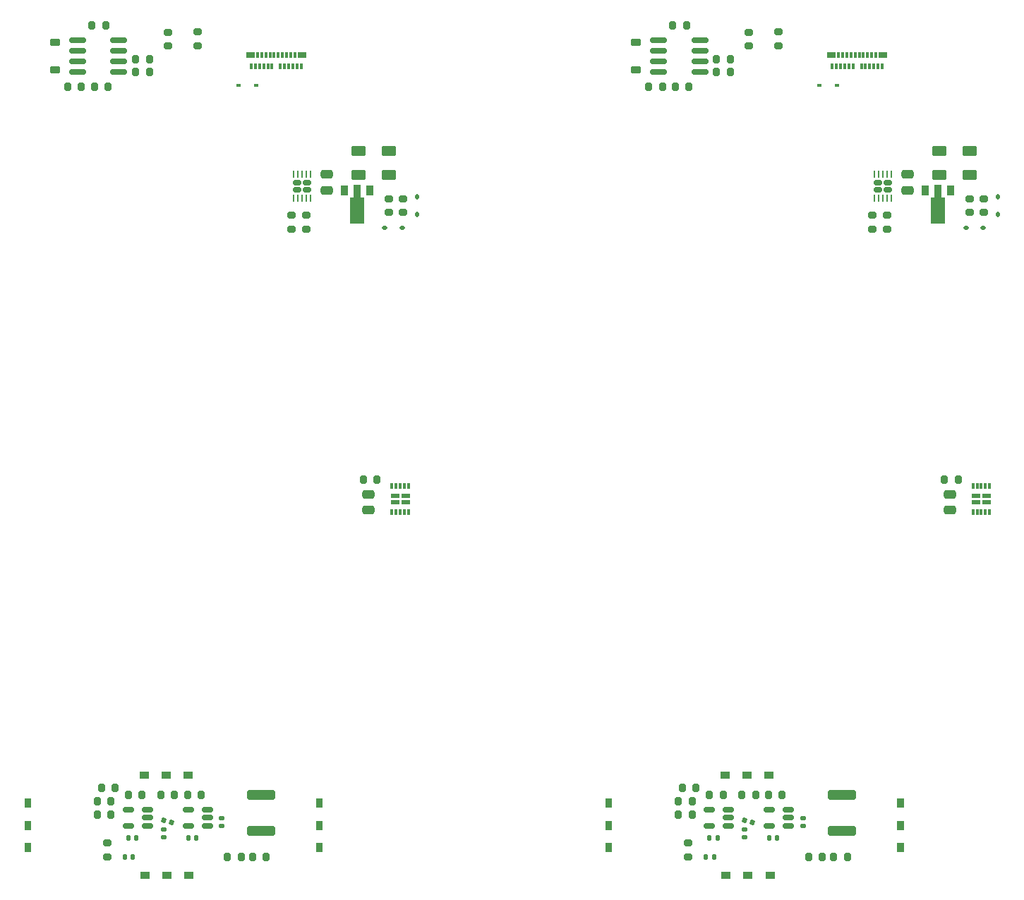
<source format=gbr>
%TF.GenerationSoftware,KiCad,Pcbnew,9.0.2+dfsg-1*%
%TF.CreationDate,2025-07-12T21:44:10+01:00*%
%TF.ProjectId,low-noise-power-probe-panel,6c6f772d-6e6f-4697-9365-2d706f776572,rev?*%
%TF.SameCoordinates,Original*%
%TF.FileFunction,Paste,Top*%
%TF.FilePolarity,Positive*%
%FSLAX46Y46*%
G04 Gerber Fmt 4.6, Leading zero omitted, Abs format (unit mm)*
G04 Created by KiCad (PCBNEW 9.0.2+dfsg-1) date 2025-07-12 21:44:10*
%MOMM*%
%LPD*%
G01*
G04 APERTURE LIST*
G04 Aperture macros list*
%AMRoundRect*
0 Rectangle with rounded corners*
0 $1 Rounding radius*
0 $2 $3 $4 $5 $6 $7 $8 $9 X,Y pos of 4 corners*
0 Add a 4 corners polygon primitive as box body*
4,1,4,$2,$3,$4,$5,$6,$7,$8,$9,$2,$3,0*
0 Add four circle primitives for the rounded corners*
1,1,$1+$1,$2,$3*
1,1,$1+$1,$4,$5*
1,1,$1+$1,$6,$7*
1,1,$1+$1,$8,$9*
0 Add four rect primitives between the rounded corners*
20,1,$1+$1,$2,$3,$4,$5,0*
20,1,$1+$1,$4,$5,$6,$7,0*
20,1,$1+$1,$6,$7,$8,$9,0*
20,1,$1+$1,$8,$9,$2,$3,0*%
%AMFreePoly0*
4,1,9,3.862500,-0.866500,0.737500,-0.866500,0.737500,-0.450000,-0.737500,-0.450000,-0.737500,0.450000,0.737500,0.450000,0.737500,0.866500,3.862500,0.866500,3.862500,-0.866500,3.862500,-0.866500,$1*%
G04 Aperture macros list end*
%ADD10RoundRect,0.140000X-0.140000X-0.170000X0.140000X-0.170000X0.140000X0.170000X-0.140000X0.170000X0*%
%ADD11RoundRect,0.225000X-0.375000X0.225000X-0.375000X-0.225000X0.375000X-0.225000X0.375000X0.225000X0*%
%ADD12RoundRect,0.200000X0.200000X0.275000X-0.200000X0.275000X-0.200000X-0.275000X0.200000X-0.275000X0*%
%ADD13RoundRect,0.200000X0.275000X-0.200000X0.275000X0.200000X-0.275000X0.200000X-0.275000X-0.200000X0*%
%ADD14RoundRect,0.200000X-0.200000X-0.275000X0.200000X-0.275000X0.200000X0.275000X-0.200000X0.275000X0*%
%ADD15RoundRect,0.112500X0.112500X-0.187500X0.112500X0.187500X-0.112500X0.187500X-0.112500X-0.187500X0*%
%ADD16RoundRect,0.150000X-0.825000X-0.150000X0.825000X-0.150000X0.825000X0.150000X-0.825000X0.150000X0*%
%ADD17RoundRect,0.140000X-0.170000X0.140000X-0.170000X-0.140000X0.170000X-0.140000X0.170000X0.140000X0*%
%ADD18R,0.600000X0.450000*%
%ADD19RoundRect,0.140000X-0.179229X-0.127973X0.091230X-0.200442X0.179229X0.127973X-0.091230X0.200442X0*%
%ADD20RoundRect,0.200000X-0.275000X0.200000X-0.275000X-0.200000X0.275000X-0.200000X0.275000X0.200000X0*%
%ADD21RoundRect,0.112500X0.187500X0.112500X-0.187500X0.112500X-0.187500X-0.112500X0.187500X-0.112500X0*%
%ADD22RoundRect,0.250000X0.475000X-0.250000X0.475000X0.250000X-0.475000X0.250000X-0.475000X-0.250000X0*%
%ADD23R,0.300000X0.700000*%
%ADD24R,1.000000X0.700000*%
%ADD25RoundRect,0.150000X0.512500X0.150000X-0.512500X0.150000X-0.512500X-0.150000X0.512500X-0.150000X0*%
%ADD26RoundRect,0.250000X-0.625000X0.375000X-0.625000X-0.375000X0.625000X-0.375000X0.625000X0.375000X0*%
%ADD27R,1.050000X0.600000*%
%ADD28R,0.300000X0.650000*%
%ADD29RoundRect,0.140000X0.140000X0.170000X-0.140000X0.170000X-0.140000X-0.170000X0.140000X-0.170000X0*%
%ADD30RoundRect,0.250000X-0.475000X0.250000X-0.475000X-0.250000X0.475000X-0.250000X0.475000X0.250000X0*%
%ADD31RoundRect,0.167500X-0.312500X0.167500X-0.312500X-0.167500X0.312500X-0.167500X0.312500X0.167500X0*%
%ADD32RoundRect,0.062500X-0.062500X0.362500X-0.062500X-0.362500X0.062500X-0.362500X0.062500X0.362500X0*%
%ADD33R,0.900000X1.300000*%
%ADD34FreePoly0,270.000000*%
%ADD35RoundRect,0.250000X-1.450000X0.312500X-1.450000X-0.312500X1.450000X-0.312500X1.450000X0.312500X0*%
G04 APERTURE END LIST*
%TO.C,J9*%
G36*
X239600000Y-117275000D02*
G01*
X240700000Y-117275000D01*
X240700000Y-118075000D01*
X239600000Y-118075000D01*
X239600000Y-117275000D01*
G37*
G36*
X242250000Y-117275000D02*
G01*
X243350000Y-117275000D01*
X243350000Y-118075000D01*
X242250000Y-118075000D01*
X242250000Y-117275000D01*
G37*
G36*
X244900000Y-117275000D02*
G01*
X246000000Y-117275000D01*
X246000000Y-118075000D01*
X244900000Y-118075000D01*
X244900000Y-117275000D01*
G37*
%TO.C,J11*%
G36*
X170000000Y-129275000D02*
G01*
X171100000Y-129275000D01*
X171100000Y-130075000D01*
X170000000Y-130075000D01*
X170000000Y-129275000D01*
G37*
G36*
X172650000Y-129275000D02*
G01*
X173750000Y-129275000D01*
X173750000Y-130075000D01*
X172650000Y-130075000D01*
X172650000Y-129275000D01*
G37*
G36*
X175300000Y-129275000D02*
G01*
X176400000Y-129275000D01*
X176400000Y-130075000D01*
X175300000Y-130075000D01*
X175300000Y-129275000D01*
G37*
G36*
X239700000Y-129275000D02*
G01*
X240800000Y-129275000D01*
X240800000Y-130075000D01*
X239700000Y-130075000D01*
X239700000Y-129275000D01*
G37*
G36*
X242350000Y-129275000D02*
G01*
X243450000Y-129275000D01*
X243450000Y-130075000D01*
X242350000Y-130075000D01*
X242350000Y-129275000D01*
G37*
G36*
X245000000Y-129275000D02*
G01*
X246100000Y-129275000D01*
X246100000Y-130075000D01*
X245000000Y-130075000D01*
X245000000Y-129275000D01*
G37*
%TO.C,J8*%
G36*
X226600000Y-120475000D02*
G01*
X225800000Y-120475000D01*
X225800000Y-121575000D01*
X226600000Y-121575000D01*
X226600000Y-120475000D01*
G37*
G36*
X226600000Y-123125000D02*
G01*
X225800000Y-123125000D01*
X225800000Y-124225000D01*
X226600000Y-124225000D01*
X226600000Y-123125000D01*
G37*
G36*
X226600000Y-125775000D02*
G01*
X225800000Y-125775000D01*
X225800000Y-126875000D01*
X226600000Y-126875000D01*
X226600000Y-125775000D01*
G37*
%TO.C,J12*%
G36*
X191900000Y-120475000D02*
G01*
X191100000Y-120475000D01*
X191100000Y-121575000D01*
X191900000Y-121575000D01*
X191900000Y-120475000D01*
G37*
G36*
X191900000Y-123125000D02*
G01*
X191100000Y-123125000D01*
X191100000Y-124225000D01*
X191900000Y-124225000D01*
X191900000Y-123125000D01*
G37*
G36*
X191900000Y-125775000D02*
G01*
X191100000Y-125775000D01*
X191100000Y-126875000D01*
X191900000Y-126875000D01*
X191900000Y-125775000D01*
G37*
%TO.C,J8*%
G36*
X156900000Y-120475000D02*
G01*
X156100000Y-120475000D01*
X156100000Y-121575000D01*
X156900000Y-121575000D01*
X156900000Y-120475000D01*
G37*
G36*
X156900000Y-123125000D02*
G01*
X156100000Y-123125000D01*
X156100000Y-124225000D01*
X156900000Y-124225000D01*
X156900000Y-123125000D01*
G37*
G36*
X156900000Y-125775000D02*
G01*
X156100000Y-125775000D01*
X156100000Y-126875000D01*
X156900000Y-126875000D01*
X156900000Y-125775000D01*
G37*
%TO.C,J9*%
G36*
X169900000Y-117275000D02*
G01*
X171000000Y-117275000D01*
X171000000Y-118075000D01*
X169900000Y-118075000D01*
X169900000Y-117275000D01*
G37*
G36*
X172550000Y-117275000D02*
G01*
X173650000Y-117275000D01*
X173650000Y-118075000D01*
X172550000Y-118075000D01*
X172550000Y-117275000D01*
G37*
G36*
X175200000Y-117275000D02*
G01*
X176300000Y-117275000D01*
X176300000Y-118075000D01*
X175200000Y-118075000D01*
X175200000Y-117275000D01*
G37*
%TO.C,J12*%
G36*
X261600000Y-120475000D02*
G01*
X260800000Y-120475000D01*
X260800000Y-121575000D01*
X261600000Y-121575000D01*
X261600000Y-120475000D01*
G37*
G36*
X261600000Y-123125000D02*
G01*
X260800000Y-123125000D01*
X260800000Y-124225000D01*
X261600000Y-124225000D01*
X261600000Y-123125000D01*
G37*
G36*
X261600000Y-125775000D02*
G01*
X260800000Y-125775000D01*
X260800000Y-126875000D01*
X261600000Y-126875000D01*
X261600000Y-125775000D01*
G37*
%TD*%
D10*
%TO.C,C1*%
X238830000Y-127453355D03*
X237870000Y-127453355D03*
%TD*%
D11*
%TO.C,D2*%
X229500000Y-29725000D03*
X229500000Y-33025000D03*
%TD*%
D12*
%TO.C,R15*%
X166500000Y-120775000D03*
X164850000Y-120775000D03*
%TD*%
D13*
%TO.C,R21*%
X173325000Y-30125000D03*
X173325000Y-28475000D03*
%TD*%
D14*
%TO.C,R18*%
X239150000Y-33275000D03*
X240800000Y-33275000D03*
%TD*%
D12*
%TO.C,R5*%
X166500000Y-122375000D03*
X164850000Y-122375000D03*
%TD*%
D15*
%TO.C,D7*%
X203200000Y-50325000D03*
X203200000Y-48225000D03*
%TD*%
D14*
%TO.C,R19*%
X169450000Y-31725000D03*
X171100000Y-31725000D03*
%TD*%
D16*
%TO.C,U8*%
X162475000Y-29470000D03*
X162475000Y-30740000D03*
X162475000Y-32010000D03*
X162475000Y-33280000D03*
X167425000Y-33280000D03*
X167425000Y-32010000D03*
X167425000Y-30740000D03*
X167425000Y-29470000D03*
%TD*%
D12*
%TO.C,R22*%
X235850000Y-35025000D03*
X234200000Y-35025000D03*
%TD*%
D13*
%TO.C,R21*%
X243025000Y-30125000D03*
X243025000Y-28475000D03*
%TD*%
D14*
%TO.C,R19*%
X239150000Y-31725000D03*
X240800000Y-31725000D03*
%TD*%
D12*
%TO.C,R23*%
X235550000Y-27625000D03*
X233900000Y-27625000D03*
%TD*%
%TO.C,R3*%
X239925000Y-120075000D03*
X238275000Y-120075000D03*
%TD*%
D17*
%TO.C,C25*%
X179800000Y-122795000D03*
X179800000Y-123755000D03*
%TD*%
D18*
%TO.C,D14*%
X253600000Y-34875000D03*
X251500000Y-34875000D03*
%TD*%
D12*
%TO.C,R7*%
X185125000Y-127453355D03*
X183475000Y-127453355D03*
%TD*%
D19*
%TO.C,C4*%
X242536356Y-123050767D03*
X243463644Y-123299233D03*
%TD*%
D20*
%TO.C,R13*%
X259600000Y-50475000D03*
X259600000Y-52125000D03*
%TD*%
D21*
%TO.C,D8*%
X201450000Y-51975000D03*
X199350000Y-51975000D03*
%TD*%
D20*
%TO.C,R14*%
X257800000Y-50475000D03*
X257800000Y-52125000D03*
%TD*%
D13*
%TO.C,R2*%
X166050000Y-127449999D03*
X166050000Y-125800001D03*
%TD*%
D22*
%TO.C,C9*%
X267100000Y-85850000D03*
X267100000Y-83950000D03*
%TD*%
D14*
%TO.C,R1*%
X180475000Y-127453355D03*
X182125000Y-127453355D03*
%TD*%
D20*
%TO.C,R8*%
X246550000Y-28450000D03*
X246550000Y-30100000D03*
%TD*%
D23*
%TO.C,J4*%
X189309483Y-32535000D03*
X188809483Y-32535000D03*
X188309483Y-32535000D03*
X187809483Y-32535000D03*
X187309483Y-32535000D03*
X186809483Y-32535000D03*
X185809483Y-32535000D03*
X185309483Y-32535000D03*
X184809483Y-32535000D03*
X184309483Y-32535000D03*
X183809483Y-32535000D03*
X183309483Y-32535000D03*
D24*
X183209483Y-31235000D03*
D23*
X184059483Y-31235000D03*
X184559483Y-31235000D03*
X185059483Y-31235000D03*
X185559483Y-31235000D03*
X186059483Y-31235000D03*
X186559483Y-31235000D03*
X187059483Y-31235000D03*
X187559483Y-31235000D03*
X188059483Y-31235000D03*
X188559483Y-31235000D03*
D24*
X189409483Y-31235000D03*
%TD*%
D25*
%TO.C,U2*%
X178037500Y-123725000D03*
X178037500Y-122775000D03*
X178037500Y-121825000D03*
X175762500Y-121825000D03*
X175762500Y-123725000D03*
%TD*%
D12*
%TO.C,R22*%
X166150000Y-35025000D03*
X164500000Y-35025000D03*
%TD*%
D26*
%TO.C,F2*%
X196200000Y-42775000D03*
X196200000Y-45575000D03*
%TD*%
D18*
%TO.C,D14*%
X183900000Y-34875000D03*
X181800000Y-34875000D03*
%TD*%
D20*
%TO.C,R10*%
X201500000Y-48475000D03*
X201500000Y-50125000D03*
%TD*%
D26*
%TO.C,F2*%
X265900000Y-42775000D03*
X265900000Y-45575000D03*
%TD*%
D12*
%TO.C,R24*%
X232650000Y-35025000D03*
X231000000Y-35025000D03*
%TD*%
D17*
%TO.C,C22*%
X172800000Y-124195000D03*
X172800000Y-125155000D03*
%TD*%
D22*
%TO.C,C9*%
X197400000Y-85850000D03*
X197400000Y-83950000D03*
%TD*%
D12*
%TO.C,R9*%
X198425000Y-82200000D03*
X196775000Y-82200000D03*
%TD*%
D27*
%TO.C,U4*%
X200580000Y-84887500D03*
X201820000Y-84887500D03*
X200580000Y-84112500D03*
X201820000Y-84112500D03*
D28*
X200200000Y-86050000D03*
X200700000Y-86050000D03*
X201200000Y-86050000D03*
X201700000Y-86050000D03*
X202200000Y-86050000D03*
X202200000Y-82950000D03*
X201700000Y-82950000D03*
X201200000Y-82950000D03*
X200700000Y-82950000D03*
X200200000Y-82950000D03*
%TD*%
D12*
%TO.C,R5*%
X236200000Y-122375000D03*
X234550000Y-122375000D03*
%TD*%
D16*
%TO.C,U8*%
X232175000Y-29470000D03*
X232175000Y-30740000D03*
X232175000Y-32010000D03*
X232175000Y-33280000D03*
X237125000Y-33280000D03*
X237125000Y-32010000D03*
X237125000Y-30740000D03*
X237125000Y-29470000D03*
%TD*%
D17*
%TO.C,C25*%
X249500000Y-122795000D03*
X249500000Y-123755000D03*
%TD*%
D20*
%TO.C,R13*%
X189900000Y-50475000D03*
X189900000Y-52125000D03*
%TD*%
D14*
%TO.C,R1*%
X250175000Y-127453355D03*
X251825000Y-127453355D03*
%TD*%
D29*
%TO.C,C21*%
X169550000Y-125175000D03*
X168590000Y-125175000D03*
%TD*%
D25*
%TO.C,U1*%
X240537500Y-123725000D03*
X240537500Y-122775000D03*
X240537500Y-121825000D03*
X238262500Y-121825000D03*
X238262500Y-123725000D03*
%TD*%
D29*
%TO.C,C24*%
X246410000Y-125175000D03*
X245450000Y-125175000D03*
%TD*%
D23*
%TO.C,J4*%
X259009483Y-32535000D03*
X258509483Y-32535000D03*
X258009483Y-32535000D03*
X257509483Y-32535000D03*
X257009483Y-32535000D03*
X256509483Y-32535000D03*
X255509483Y-32535000D03*
X255009483Y-32535000D03*
X254509483Y-32535000D03*
X254009483Y-32535000D03*
X253509483Y-32535000D03*
X253009483Y-32535000D03*
D24*
X252909483Y-31235000D03*
D23*
X253759483Y-31235000D03*
X254259483Y-31235000D03*
X254759483Y-31235000D03*
X255259483Y-31235000D03*
X255759483Y-31235000D03*
X256259483Y-31235000D03*
X256759483Y-31235000D03*
X257259483Y-31235000D03*
X257759483Y-31235000D03*
X258259483Y-31235000D03*
D24*
X259109483Y-31235000D03*
%TD*%
D13*
%TO.C,R2*%
X235750000Y-127449999D03*
X235750000Y-125800001D03*
%TD*%
D30*
%TO.C,C14*%
X192350000Y-45550000D03*
X192350000Y-47450000D03*
%TD*%
D20*
%TO.C,R14*%
X188100000Y-50475000D03*
X188100000Y-52125000D03*
%TD*%
D26*
%TO.C,F1*%
X199800000Y-42775000D03*
X199800000Y-45575000D03*
%TD*%
D19*
%TO.C,C4*%
X172836356Y-123050767D03*
X173763644Y-123299233D03*
%TD*%
D11*
%TO.C,D2*%
X159800000Y-29725000D03*
X159800000Y-33025000D03*
%TD*%
D15*
%TO.C,D7*%
X272900000Y-50325000D03*
X272900000Y-48225000D03*
%TD*%
D31*
%TO.C,U6*%
X259695000Y-46540000D03*
X258505000Y-46540000D03*
X259695000Y-47360000D03*
X258505000Y-47360000D03*
D32*
X260100000Y-45500000D03*
X259600000Y-45500000D03*
X259100000Y-45500000D03*
X258600000Y-45500000D03*
X258100000Y-45500000D03*
X258100000Y-48400000D03*
X258600000Y-48400000D03*
X259100000Y-48400000D03*
X259600000Y-48400000D03*
X260100000Y-48400000D03*
%TD*%
D14*
%TO.C,R26*%
X165325000Y-119175000D03*
X166975000Y-119175000D03*
%TD*%
D13*
%TO.C,R12*%
X269500000Y-50125000D03*
X269500000Y-48475000D03*
%TD*%
D30*
%TO.C,C14*%
X262050000Y-45550000D03*
X262050000Y-47450000D03*
%TD*%
D33*
%TO.C,Q1*%
X197500000Y-47500000D03*
D34*
X196000000Y-47587500D03*
D33*
X194500000Y-47500000D03*
%TD*%
D12*
%TO.C,R9*%
X268125000Y-82200000D03*
X266475000Y-82200000D03*
%TD*%
%TO.C,R4*%
X247025000Y-120075000D03*
X245375000Y-120075000D03*
%TD*%
D20*
%TO.C,R10*%
X271200000Y-48475000D03*
X271200000Y-50125000D03*
%TD*%
D12*
%TO.C,R7*%
X254825000Y-127453355D03*
X253175000Y-127453355D03*
%TD*%
D14*
%TO.C,R18*%
X169450000Y-33275000D03*
X171100000Y-33275000D03*
%TD*%
D12*
%TO.C,R4*%
X177325000Y-120075000D03*
X175675000Y-120075000D03*
%TD*%
D17*
%TO.C,C22*%
X242500000Y-124195000D03*
X242500000Y-125155000D03*
%TD*%
D29*
%TO.C,C21*%
X239250000Y-125175000D03*
X238290000Y-125175000D03*
%TD*%
D12*
%TO.C,R15*%
X236200000Y-120775000D03*
X234550000Y-120775000D03*
%TD*%
%TO.C,R6*%
X243825000Y-120075000D03*
X242175000Y-120075000D03*
%TD*%
D25*
%TO.C,U1*%
X170837500Y-123725000D03*
X170837500Y-122775000D03*
X170837500Y-121825000D03*
X168562500Y-121825000D03*
X168562500Y-123725000D03*
%TD*%
D20*
%TO.C,R8*%
X176850000Y-28450000D03*
X176850000Y-30100000D03*
%TD*%
D12*
%TO.C,R23*%
X165850000Y-27625000D03*
X164200000Y-27625000D03*
%TD*%
D35*
%TO.C,L1*%
X254200000Y-120037500D03*
X254200000Y-124312500D03*
%TD*%
D13*
%TO.C,R12*%
X199800000Y-50125000D03*
X199800000Y-48475000D03*
%TD*%
D29*
%TO.C,C24*%
X176710000Y-125175000D03*
X175750000Y-125175000D03*
%TD*%
D26*
%TO.C,F1*%
X269500000Y-42775000D03*
X269500000Y-45575000D03*
%TD*%
D35*
%TO.C,L1*%
X184500000Y-120037500D03*
X184500000Y-124312500D03*
%TD*%
D12*
%TO.C,R6*%
X174125000Y-120075000D03*
X172475000Y-120075000D03*
%TD*%
D10*
%TO.C,C1*%
X168170000Y-127453355D03*
X169130000Y-127453355D03*
%TD*%
D21*
%TO.C,D8*%
X271150000Y-51975000D03*
X269050000Y-51975000D03*
%TD*%
D12*
%TO.C,R24*%
X162950000Y-35025000D03*
X161300000Y-35025000D03*
%TD*%
D27*
%TO.C,U4*%
X270280000Y-84887500D03*
X271520000Y-84887500D03*
X270280000Y-84112500D03*
X271520000Y-84112500D03*
D28*
X269900000Y-86050000D03*
X270400000Y-86050000D03*
X270900000Y-86050000D03*
X271400000Y-86050000D03*
X271900000Y-86050000D03*
X271900000Y-82950000D03*
X271400000Y-82950000D03*
X270900000Y-82950000D03*
X270400000Y-82950000D03*
X269900000Y-82950000D03*
%TD*%
D31*
%TO.C,U6*%
X189995000Y-46540000D03*
X188805000Y-46540000D03*
X189995000Y-47360000D03*
X188805000Y-47360000D03*
D32*
X190400000Y-45500000D03*
X189900000Y-45500000D03*
X189400000Y-45500000D03*
X188900000Y-45500000D03*
X188400000Y-45500000D03*
X188400000Y-48400000D03*
X188900000Y-48400000D03*
X189400000Y-48400000D03*
X189900000Y-48400000D03*
X190400000Y-48400000D03*
%TD*%
D12*
%TO.C,R3*%
X170225000Y-120075000D03*
X168575000Y-120075000D03*
%TD*%
D25*
%TO.C,U2*%
X247737500Y-123725000D03*
X247737500Y-122775000D03*
X247737500Y-121825000D03*
X245462500Y-121825000D03*
X245462500Y-123725000D03*
%TD*%
D33*
%TO.C,Q1*%
X267200000Y-47500000D03*
D34*
X265700000Y-47587500D03*
D33*
X264200000Y-47500000D03*
%TD*%
D14*
%TO.C,R26*%
X235025000Y-119175000D03*
X236675000Y-119175000D03*
%TD*%
M02*

</source>
